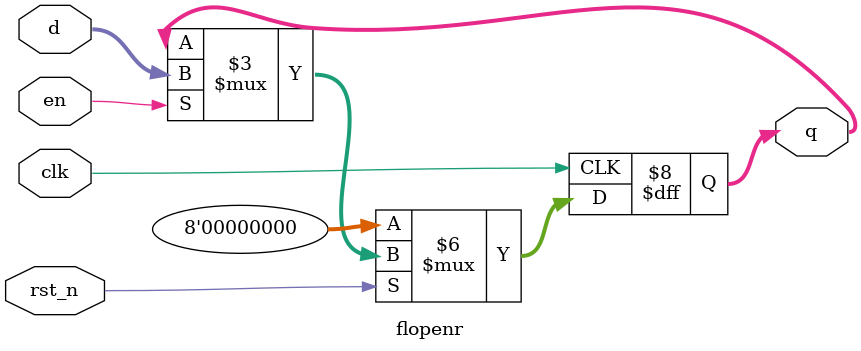
<source format=v>
module flopenr#(parameter width =8)(
input wire clk, rst_n,en, 
input wire  [width -1:0] d, 
output reg [width -1:0] q );

always @(posedge clk)
if (!rst_n) q <= 0;
else if(en) q <= d;

endmodule 
</source>
